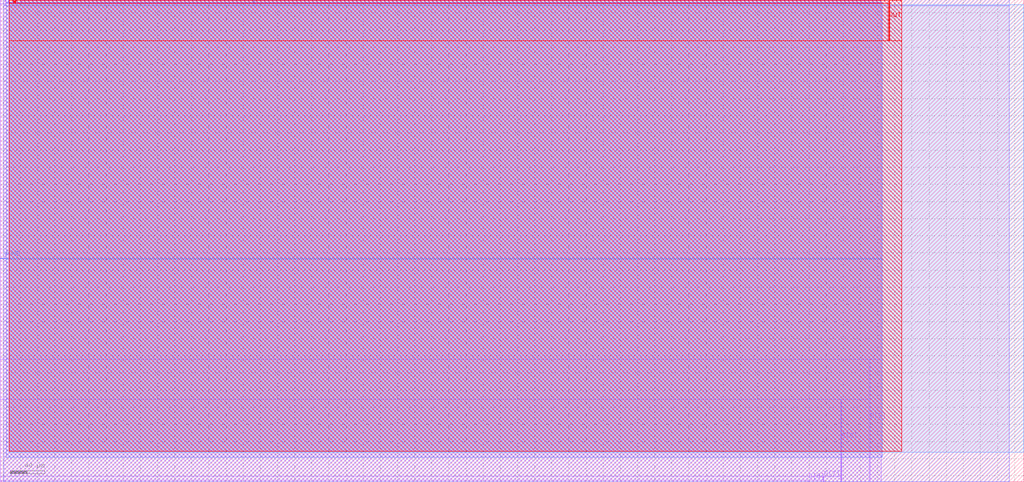
<source format=lef>
VERSION 5.7 ;
  NOWIREEXTENSIONATPIN ON ;
  DIVIDERCHAR "/" ;
  BUSBITCHARS "[]" ;
MACRO avsddac
  CLASS BLOCK ;
  FOREIGN avsddac ;
  ORIGIN -136.770 -613.050 ;
  SIZE 1193.570 BY 562.310 ;
  PIN D[9]
    DIRECTION INPUT ;
    USE SIGNAL ;
    PORT
      LAYER li1 ;
        RECT 1150.220 613.050 1151.250 755.620 ;
    END
  END D[9]
  PIN D[8]
    DIRECTION INPUT ;
    USE SIGNAL ;
    PORT
      LAYER li1 ;
        RECT 1117.200 613.050 1117.850 709.180 ;
    END
  END D[8]
  PIN D[7]
    DIRECTION INPUT ;
    USE SIGNAL ;
    PORT
      LAYER li1 ;
        RECT 1096.950 613.050 1097.260 619.510 ;
    END
  END D[7]
  PIN D[6]
    DIRECTION INPUT ;
    USE SIGNAL ;
    PORT
      LAYER li1 ;
        RECT 1078.220 613.050 1079.660 614.760 ;
    END
  END D[6]
  PIN D[5]
    DIRECTION INPUT ;
    USE SIGNAL ;
    PORT
      LAYER li1 ;
        RECT 226.250 1174.740 228.070 1175.360 ;
    END
  END D[5]
  PIN D[4]
    DIRECTION INPUT ;
    USE SIGNAL ;
    PORT
      LAYER li1 ;
        RECT 209.700 1174.310 211.150 1175.360 ;
    END
  END D[4]
  PIN D[3]
    DIRECTION INPUT ;
    USE SIGNAL ;
    PORT
      LAYER met1 ;
        RECT 432.010 1168.710 433.190 1175.360 ;
    END
  END D[3]
  PIN D[2]
    DIRECTION INPUT ;
    USE SIGNAL ;
    PORT
      LAYER li1 ;
        RECT 178.380 1174.680 180.110 1175.360 ;
    END
  END D[2]
  PIN D[1]
    DIRECTION INPUT ;
    USE SIGNAL ;
    PORT
      LAYER li1 ;
        RECT 160.760 1172.150 162.090 1175.360 ;
    END
  END D[1]
  PIN D[0]
    DIRECTION INPUT ;
    USE SIGNAL ;
    PORT
      LAYER li1 ;
        RECT 145.960 1172.220 146.570 1175.360 ;
    END
  END D[0]
  PIN VPWR
    DIRECTION INOUT ;
    USE POWER ;
    PORT
      LAYER met4 ;
        RECT 152.670 1171.410 154.120 1175.360 ;
    END
  END VPWR
  PIN VGND
    DIRECTION INOUT ;
    USE GROUND ;
    PORT
      LAYER met2 ;
        RECT 136.770 873.200 144.500 873.520 ;
    END
  END VGND
  PIN VREFH
    DIRECTION INPUT ;
    USE SIGNAL ;
    PORT
      LAYER li1 ;
        RECT 142.900 1170.680 143.170 1175.360 ;
    END
  END VREFH
  PIN OUT
    DIRECTION OUTPUT ;
    USE SIGNAL ;
    PORT
      LAYER met4 ;
        RECT 1172.680 1127.710 1173.730 1175.360 ;
    END
  END OUT
  OBS
      LAYER li1 ;
        RECT 136.770 1170.510 142.730 1175.360 ;
        RECT 143.340 1172.050 145.790 1175.360 ;
        RECT 146.740 1172.050 160.590 1175.360 ;
        RECT 143.340 1171.980 160.590 1172.050 ;
        RECT 162.260 1174.510 178.210 1175.360 ;
        RECT 180.280 1174.510 209.530 1175.360 ;
        RECT 162.260 1174.140 209.530 1174.510 ;
        RECT 211.320 1174.570 226.080 1175.360 ;
        RECT 228.240 1174.570 1164.190 1175.360 ;
        RECT 211.320 1174.140 1164.190 1174.570 ;
        RECT 162.260 1171.980 1164.190 1174.140 ;
        RECT 143.340 1170.510 1164.190 1171.980 ;
        RECT 136.770 755.790 1164.190 1170.510 ;
        RECT 136.770 709.350 1150.050 755.790 ;
        RECT 136.770 619.680 1117.030 709.350 ;
        RECT 136.770 614.930 1096.780 619.680 ;
        RECT 136.770 613.050 1078.050 614.930 ;
        RECT 1079.830 613.050 1096.780 614.930 ;
        RECT 1097.430 613.050 1117.030 619.680 ;
        RECT 1118.020 613.050 1150.050 709.350 ;
        RECT 1151.420 613.050 1164.190 755.790 ;
      LAYER met1 ;
        RECT 140.750 1168.430 431.730 1175.360 ;
        RECT 433.470 1168.430 1313.360 1175.360 ;
        RECT 140.750 613.050 1313.360 1168.430 ;
      LAYER met2 ;
        RECT 143.250 873.800 1165.380 1172.180 ;
        RECT 144.780 872.920 1165.380 873.800 ;
        RECT 143.250 641.910 1165.380 872.920 ;
      LAYER met3 ;
        RECT 146.990 647.680 1330.340 1169.670 ;
      LAYER met4 ;
        RECT 147.000 1171.010 152.270 1175.050 ;
        RECT 154.520 1171.010 1172.280 1175.050 ;
        RECT 147.000 1127.310 1172.280 1171.010 ;
        RECT 1174.130 1127.310 1188.200 1175.050 ;
        RECT 147.000 648.540 1188.200 1127.310 ;
  END
END avsddac
END LIBRARY


</source>
